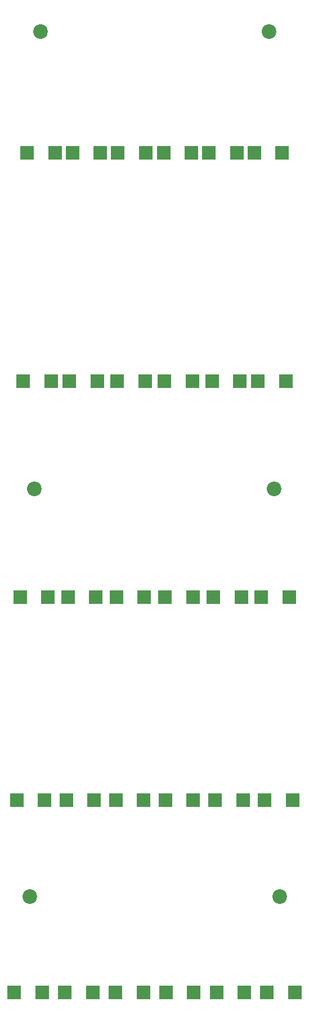
<source format=gbr>
%TF.GenerationSoftware,KiCad,Pcbnew,7.0.2*%
%TF.CreationDate,2025-02-12T15:24:12+00:00*%
%TF.ProjectId,fretboard,66726574-626f-4617-9264-2e6b69636164,rev?*%
%TF.SameCoordinates,Original*%
%TF.FileFunction,Soldermask,Bot*%
%TF.FilePolarity,Negative*%
%FSLAX46Y46*%
G04 Gerber Fmt 4.6, Leading zero omitted, Abs format (unit mm)*
G04 Created by KiCad (PCBNEW 7.0.2) date 2025-02-12 15:24:12*
%MOMM*%
%LPD*%
G01*
G04 APERTURE LIST*
%ADD10R,2.100000X2.100000*%
%ADD11C,2.200000*%
G04 APERTURE END LIST*
D10*
%TO.C,J10*%
X18550000Y-70700000D03*
X14350000Y-70700000D03*
%TD*%
%TO.C,J19*%
X40250000Y-103100000D03*
X36050000Y-103100000D03*
%TD*%
%TO.C,J2*%
X5000000Y-36400000D03*
X800000Y-36400000D03*
%TD*%
%TO.C,J22*%
X18350000Y-133600000D03*
X14150000Y-133600000D03*
%TD*%
%TO.C,J8*%
X4450000Y-70700000D03*
X250000Y-70700000D03*
%TD*%
%TO.C,J15*%
X11150000Y-103100000D03*
X6950000Y-103100000D03*
%TD*%
%TO.C,J20*%
X3450000Y-133600000D03*
X-750000Y-133600000D03*
%TD*%
%TO.C,J31*%
X36900000Y-162500000D03*
X41100000Y-162500000D03*
%TD*%
%TO.C,J25*%
X40750000Y-133600000D03*
X36550000Y-133600000D03*
%TD*%
%TO.C,J27*%
X6500000Y-162500000D03*
X10700000Y-162500000D03*
%TD*%
%TO.C,J28*%
X14100000Y-162500000D03*
X18300000Y-162500000D03*
%TD*%
%TO.C,J30*%
X29300000Y-162500000D03*
X33500000Y-162500000D03*
%TD*%
%TO.C,J4*%
X18650000Y-36400000D03*
X14450000Y-36400000D03*
%TD*%
%TO.C,J26*%
X-1100000Y-162500000D03*
X3100000Y-162500000D03*
%TD*%
%TO.C,J24*%
X33300000Y-133600000D03*
X29100000Y-133600000D03*
%TD*%
%TO.C,J6*%
X32350000Y-36400000D03*
X28150000Y-36400000D03*
%TD*%
%TO.C,J7*%
X39200000Y-36400000D03*
X35000000Y-36400000D03*
%TD*%
%TO.C,J23*%
X25800000Y-133600000D03*
X21600000Y-133600000D03*
%TD*%
%TO.C,J5*%
X25550000Y-36400000D03*
X21350000Y-36400000D03*
%TD*%
%TO.C,J21*%
X10900000Y-133600000D03*
X6700000Y-133600000D03*
%TD*%
%TO.C,J18*%
X33050000Y-103100000D03*
X28850000Y-103100000D03*
%TD*%
%TO.C,J12*%
X32850000Y-70700000D03*
X28650000Y-70700000D03*
%TD*%
%TO.C,J11*%
X25700000Y-70700000D03*
X21500000Y-70700000D03*
%TD*%
%TO.C,J3*%
X11850000Y-36400000D03*
X7650000Y-36400000D03*
%TD*%
%TO.C,J16*%
X18450000Y-103100000D03*
X14250000Y-103100000D03*
%TD*%
%TO.C,J9*%
X11350000Y-70700000D03*
X7150000Y-70700000D03*
%TD*%
%TO.C,J17*%
X25750000Y-103100000D03*
X21550000Y-103100000D03*
%TD*%
%TO.C,J14*%
X3950000Y-103100000D03*
X-250000Y-103100000D03*
%TD*%
%TO.C,J13*%
X39750000Y-70700000D03*
X35550000Y-70700000D03*
%TD*%
%TO.C,J29*%
X21700000Y-162500000D03*
X25900000Y-162500000D03*
%TD*%
D11*
%TO.C,H5*%
X1200000Y-148100000D03*
%TD*%
%TO.C,H2*%
X37200000Y-18200000D03*
%TD*%
%TO.C,H3*%
X1900000Y-86900000D03*
%TD*%
%TO.C,H1*%
X2800000Y-18200000D03*
%TD*%
%TO.C,H4*%
X38000000Y-86900000D03*
%TD*%
%TO.C,H6*%
X38800000Y-148100000D03*
%TD*%
M02*

</source>
